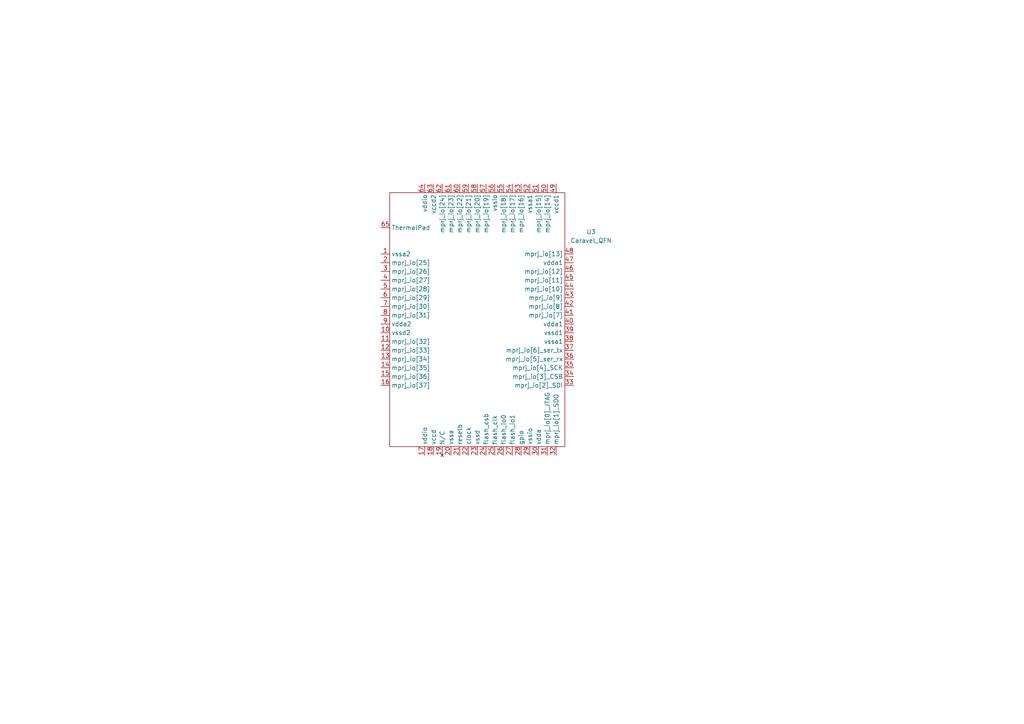
<source format=kicad_sch>
(kicad_sch
	(version 20250114)
	(generator "eeschema")
	(generator_version "9.0")
	(uuid "72f9423a-f4c6-4c65-858e-28549c245bfa")
	(paper "A4")
	(lib_symbols
		(symbol "Caravel_board:Caravel_QFN"
			(exclude_from_sim no)
			(in_bom yes)
			(on_board yes)
			(property "Reference" "U"
				(at 0 0 0)
				(effects
					(font
						(size 1.27 1.27)
					)
				)
			)
			(property "Value" "Caravel_QFN"
				(at 0 0 0)
				(effects
					(font
						(size 1.27 1.27)
					)
				)
			)
			(property "Footprint" "Package_DFN_QFN:QFN-64-1EP_9x9mm_P0.5mm_EP7.65x7.65mm"
				(at 0 0 0)
				(effects
					(font
						(size 1.27 1.27)
					)
					(hide yes)
				)
			)
			(property "Datasheet" ""
				(at 0 0 0)
				(effects
					(font
						(size 1.27 1.27)
					)
					(hide yes)
				)
			)
			(property "Description" ""
				(at 0 0 0)
				(effects
					(font
						(size 1.27 1.27)
					)
					(hide yes)
				)
			)
			(symbol "Caravel_QFN_0_1"
				(rectangle
					(start -26.67 40.64)
					(end 24.13 -33.02)
					(stroke
						(width 0)
						(type default)
					)
					(fill
						(type none)
					)
				)
			)
			(symbol "Caravel_QFN_1_1"
				(pin power_in line
					(at -29.21 30.48 0)
					(length 2.54)
					(name "ThermalPad"
						(effects
							(font
								(size 1.27 1.27)
							)
						)
					)
					(number "65"
						(effects
							(font
								(size 1.27 1.27)
							)
						)
					)
				)
				(pin power_in line
					(at -29.21 22.86 0)
					(length 2.54)
					(name "vssa2"
						(effects
							(font
								(size 1.27 1.27)
							)
						)
					)
					(number "1"
						(effects
							(font
								(size 1.27 1.27)
							)
						)
					)
				)
				(pin bidirectional line
					(at -29.21 20.32 0)
					(length 2.54)
					(name "mprj_io[25]"
						(effects
							(font
								(size 1.27 1.27)
							)
						)
					)
					(number "2"
						(effects
							(font
								(size 1.27 1.27)
							)
						)
					)
				)
				(pin bidirectional line
					(at -29.21 17.78 0)
					(length 2.54)
					(name "mprj_io[26]"
						(effects
							(font
								(size 1.27 1.27)
							)
						)
					)
					(number "3"
						(effects
							(font
								(size 1.27 1.27)
							)
						)
					)
				)
				(pin bidirectional line
					(at -29.21 15.24 0)
					(length 2.54)
					(name "mprj_io[27]"
						(effects
							(font
								(size 1.27 1.27)
							)
						)
					)
					(number "4"
						(effects
							(font
								(size 1.27 1.27)
							)
						)
					)
				)
				(pin bidirectional line
					(at -29.21 12.7 0)
					(length 2.54)
					(name "mprj_io[28]"
						(effects
							(font
								(size 1.27 1.27)
							)
						)
					)
					(number "5"
						(effects
							(font
								(size 1.27 1.27)
							)
						)
					)
				)
				(pin bidirectional line
					(at -29.21 10.16 0)
					(length 2.54)
					(name "mprj_io[29]"
						(effects
							(font
								(size 1.27 1.27)
							)
						)
					)
					(number "6"
						(effects
							(font
								(size 1.27 1.27)
							)
						)
					)
				)
				(pin bidirectional line
					(at -29.21 7.62 0)
					(length 2.54)
					(name "mprj_io[30]"
						(effects
							(font
								(size 1.27 1.27)
							)
						)
					)
					(number "7"
						(effects
							(font
								(size 1.27 1.27)
							)
						)
					)
				)
				(pin bidirectional line
					(at -29.21 5.08 0)
					(length 2.54)
					(name "mprj_io[31]"
						(effects
							(font
								(size 1.27 1.27)
							)
						)
					)
					(number "8"
						(effects
							(font
								(size 1.27 1.27)
							)
						)
					)
				)
				(pin power_in line
					(at -29.21 2.54 0)
					(length 2.54)
					(name "vdda2"
						(effects
							(font
								(size 1.27 1.27)
							)
						)
					)
					(number "9"
						(effects
							(font
								(size 1.27 1.27)
							)
						)
					)
				)
				(pin power_in line
					(at -29.21 0 0)
					(length 2.54)
					(name "vssd2"
						(effects
							(font
								(size 1.27 1.27)
							)
						)
					)
					(number "10"
						(effects
							(font
								(size 1.27 1.27)
							)
						)
					)
				)
				(pin bidirectional line
					(at -29.21 -2.54 0)
					(length 2.54)
					(name "mprj_io[32]"
						(effects
							(font
								(size 1.27 1.27)
							)
						)
					)
					(number "11"
						(effects
							(font
								(size 1.27 1.27)
							)
						)
					)
				)
				(pin bidirectional line
					(at -29.21 -5.08 0)
					(length 2.54)
					(name "mprj_io[33]"
						(effects
							(font
								(size 1.27 1.27)
							)
						)
					)
					(number "12"
						(effects
							(font
								(size 1.27 1.27)
							)
						)
					)
				)
				(pin bidirectional line
					(at -29.21 -7.62 0)
					(length 2.54)
					(name "mprj_io[34]"
						(effects
							(font
								(size 1.27 1.27)
							)
						)
					)
					(number "13"
						(effects
							(font
								(size 1.27 1.27)
							)
						)
					)
				)
				(pin bidirectional line
					(at -29.21 -10.16 0)
					(length 2.54)
					(name "mprj_io[35]"
						(effects
							(font
								(size 1.27 1.27)
							)
						)
					)
					(number "14"
						(effects
							(font
								(size 1.27 1.27)
							)
						)
					)
				)
				(pin bidirectional line
					(at -29.21 -12.7 0)
					(length 2.54)
					(name "mprj_io[36]"
						(effects
							(font
								(size 1.27 1.27)
							)
						)
					)
					(number "15"
						(effects
							(font
								(size 1.27 1.27)
							)
						)
					)
				)
				(pin bidirectional line
					(at -29.21 -15.24 0)
					(length 2.54)
					(name "mprj_io[37]"
						(effects
							(font
								(size 1.27 1.27)
							)
						)
					)
					(number "16"
						(effects
							(font
								(size 1.27 1.27)
							)
						)
					)
				)
				(pin power_in line
					(at -16.51 43.18 270)
					(length 2.54)
					(name "vddio"
						(effects
							(font
								(size 1.27 1.27)
							)
						)
					)
					(number "64"
						(effects
							(font
								(size 1.27 1.27)
							)
						)
					)
				)
				(pin power_in line
					(at -16.51 -35.56 90)
					(length 2.54)
					(name "vddio"
						(effects
							(font
								(size 1.27 1.27)
							)
						)
					)
					(number "17"
						(effects
							(font
								(size 1.27 1.27)
							)
						)
					)
				)
				(pin power_in line
					(at -13.97 43.18 270)
					(length 2.54)
					(name "vccd2"
						(effects
							(font
								(size 1.27 1.27)
							)
						)
					)
					(number "63"
						(effects
							(font
								(size 1.27 1.27)
							)
						)
					)
				)
				(pin power_in line
					(at -13.97 -35.56 90)
					(length 2.54)
					(name "vccd"
						(effects
							(font
								(size 1.27 1.27)
							)
						)
					)
					(number "18"
						(effects
							(font
								(size 1.27 1.27)
							)
						)
					)
				)
				(pin bidirectional line
					(at -11.43 43.18 270)
					(length 2.54)
					(name "mprj_io[24]"
						(effects
							(font
								(size 1.27 1.27)
							)
						)
					)
					(number "62"
						(effects
							(font
								(size 1.27 1.27)
							)
						)
					)
				)
				(pin no_connect line
					(at -11.43 -35.56 90)
					(length 2.54)
					(name "N/C"
						(effects
							(font
								(size 1.27 1.27)
							)
						)
					)
					(number "19"
						(effects
							(font
								(size 1.27 1.27)
							)
						)
					)
				)
				(pin bidirectional line
					(at -8.89 43.18 270)
					(length 2.54)
					(name "mprj_io[23]"
						(effects
							(font
								(size 1.27 1.27)
							)
						)
					)
					(number "61"
						(effects
							(font
								(size 1.27 1.27)
							)
						)
					)
				)
				(pin power_in line
					(at -8.89 -35.56 90)
					(length 2.54)
					(name "vssa"
						(effects
							(font
								(size 1.27 1.27)
							)
						)
					)
					(number "20"
						(effects
							(font
								(size 1.27 1.27)
							)
						)
					)
				)
				(pin bidirectional line
					(at -6.35 43.18 270)
					(length 2.54)
					(name "mprj_io[22]"
						(effects
							(font
								(size 1.27 1.27)
							)
						)
					)
					(number "60"
						(effects
							(font
								(size 1.27 1.27)
							)
						)
					)
				)
				(pin input line
					(at -6.35 -35.56 90)
					(length 2.54)
					(name "resetb"
						(effects
							(font
								(size 1.27 1.27)
							)
						)
					)
					(number "21"
						(effects
							(font
								(size 1.27 1.27)
							)
						)
					)
				)
				(pin bidirectional line
					(at -3.81 43.18 270)
					(length 2.54)
					(name "mprj_io[21]"
						(effects
							(font
								(size 1.27 1.27)
							)
						)
					)
					(number "59"
						(effects
							(font
								(size 1.27 1.27)
							)
						)
					)
				)
				(pin input line
					(at -3.81 -35.56 90)
					(length 2.54)
					(name "clock"
						(effects
							(font
								(size 1.27 1.27)
							)
						)
					)
					(number "22"
						(effects
							(font
								(size 1.27 1.27)
							)
						)
					)
				)
				(pin bidirectional line
					(at -1.27 43.18 270)
					(length 2.54)
					(name "mprj_io[20]"
						(effects
							(font
								(size 1.27 1.27)
							)
						)
					)
					(number "58"
						(effects
							(font
								(size 1.27 1.27)
							)
						)
					)
				)
				(pin power_in line
					(at -1.27 -35.56 90)
					(length 2.54)
					(name "vssd"
						(effects
							(font
								(size 1.27 1.27)
							)
						)
					)
					(number "23"
						(effects
							(font
								(size 1.27 1.27)
							)
						)
					)
				)
				(pin bidirectional line
					(at 1.27 43.18 270)
					(length 2.54)
					(name "mprj_io[19]"
						(effects
							(font
								(size 1.27 1.27)
							)
						)
					)
					(number "57"
						(effects
							(font
								(size 1.27 1.27)
							)
						)
					)
				)
				(pin output line
					(at 1.27 -35.56 90)
					(length 2.54)
					(name "flash_csb"
						(effects
							(font
								(size 1.27 1.27)
							)
						)
					)
					(number "24"
						(effects
							(font
								(size 1.27 1.27)
							)
						)
					)
				)
				(pin power_in line
					(at 3.81 43.18 270)
					(length 2.54)
					(name "vssio"
						(effects
							(font
								(size 1.27 1.27)
							)
						)
					)
					(number "56"
						(effects
							(font
								(size 1.27 1.27)
							)
						)
					)
				)
				(pin output line
					(at 3.81 -35.56 90)
					(length 2.54)
					(name "flash_clk"
						(effects
							(font
								(size 1.27 1.27)
							)
						)
					)
					(number "25"
						(effects
							(font
								(size 1.27 1.27)
							)
						)
					)
				)
				(pin bidirectional line
					(at 6.35 43.18 270)
					(length 2.54)
					(name "mprj_io[18]"
						(effects
							(font
								(size 1.27 1.27)
							)
						)
					)
					(number "55"
						(effects
							(font
								(size 1.27 1.27)
							)
						)
					)
				)
				(pin bidirectional line
					(at 6.35 -35.56 90)
					(length 2.54)
					(name "flash_io0"
						(effects
							(font
								(size 1.27 1.27)
							)
						)
					)
					(number "26"
						(effects
							(font
								(size 1.27 1.27)
							)
						)
					)
				)
				(pin bidirectional line
					(at 8.89 43.18 270)
					(length 2.54)
					(name "mprj_io[17]"
						(effects
							(font
								(size 1.27 1.27)
							)
						)
					)
					(number "54"
						(effects
							(font
								(size 1.27 1.27)
							)
						)
					)
				)
				(pin bidirectional line
					(at 8.89 -35.56 90)
					(length 2.54)
					(name "flash_io1"
						(effects
							(font
								(size 1.27 1.27)
							)
						)
					)
					(number "27"
						(effects
							(font
								(size 1.27 1.27)
							)
						)
					)
				)
				(pin bidirectional line
					(at 11.43 43.18 270)
					(length 2.54)
					(name "mprj_io[16]"
						(effects
							(font
								(size 1.27 1.27)
							)
						)
					)
					(number "53"
						(effects
							(font
								(size 1.27 1.27)
							)
						)
					)
				)
				(pin bidirectional line
					(at 11.43 -35.56 90)
					(length 2.54)
					(name "gpio"
						(effects
							(font
								(size 1.27 1.27)
							)
						)
					)
					(number "28"
						(effects
							(font
								(size 1.27 1.27)
							)
						)
					)
				)
				(pin power_in line
					(at 13.97 43.18 270)
					(length 2.54)
					(name "vssa1"
						(effects
							(font
								(size 1.27 1.27)
							)
						)
					)
					(number "52"
						(effects
							(font
								(size 1.27 1.27)
							)
						)
					)
				)
				(pin power_in line
					(at 13.97 -35.56 90)
					(length 2.54)
					(name "vssio"
						(effects
							(font
								(size 1.27 1.27)
							)
						)
					)
					(number "29"
						(effects
							(font
								(size 1.27 1.27)
							)
						)
					)
				)
				(pin bidirectional line
					(at 16.51 43.18 270)
					(length 2.54)
					(name "mprj_io[15]"
						(effects
							(font
								(size 1.27 1.27)
							)
						)
					)
					(number "51"
						(effects
							(font
								(size 1.27 1.27)
							)
						)
					)
				)
				(pin power_in line
					(at 16.51 -35.56 90)
					(length 2.54)
					(name "vdda"
						(effects
							(font
								(size 1.27 1.27)
							)
						)
					)
					(number "30"
						(effects
							(font
								(size 1.27 1.27)
							)
						)
					)
				)
				(pin bidirectional line
					(at 19.05 43.18 270)
					(length 2.54)
					(name "mprj_io[14]"
						(effects
							(font
								(size 1.27 1.27)
							)
						)
					)
					(number "50"
						(effects
							(font
								(size 1.27 1.27)
							)
						)
					)
				)
				(pin bidirectional line
					(at 19.05 -35.56 90)
					(length 2.54)
					(name "mprj_io[0]_JTAG"
						(effects
							(font
								(size 1.27 1.27)
							)
						)
					)
					(number "31"
						(effects
							(font
								(size 1.27 1.27)
							)
						)
					)
				)
				(pin power_in line
					(at 21.59 43.18 270)
					(length 2.54)
					(name "vccd1"
						(effects
							(font
								(size 1.27 1.27)
							)
						)
					)
					(number "49"
						(effects
							(font
								(size 1.27 1.27)
							)
						)
					)
				)
				(pin bidirectional line
					(at 21.59 -35.56 90)
					(length 2.54)
					(name "mprj_io[1]_SDO"
						(effects
							(font
								(size 1.27 1.27)
							)
						)
					)
					(number "32"
						(effects
							(font
								(size 1.27 1.27)
							)
						)
					)
				)
				(pin bidirectional line
					(at 26.67 22.86 180)
					(length 2.54)
					(name "mprj_io[13]"
						(effects
							(font
								(size 1.27 1.27)
							)
						)
					)
					(number "48"
						(effects
							(font
								(size 1.27 1.27)
							)
						)
					)
				)
				(pin power_in line
					(at 26.67 20.32 180)
					(length 2.54)
					(name "vdda1"
						(effects
							(font
								(size 1.27 1.27)
							)
						)
					)
					(number "47"
						(effects
							(font
								(size 1.27 1.27)
							)
						)
					)
				)
				(pin bidirectional line
					(at 26.67 17.78 180)
					(length 2.54)
					(name "mprj_io[12]"
						(effects
							(font
								(size 1.27 1.27)
							)
						)
					)
					(number "46"
						(effects
							(font
								(size 1.27 1.27)
							)
						)
					)
				)
				(pin bidirectional line
					(at 26.67 15.24 180)
					(length 2.54)
					(name "mprj_io[11]"
						(effects
							(font
								(size 1.27 1.27)
							)
						)
					)
					(number "45"
						(effects
							(font
								(size 1.27 1.27)
							)
						)
					)
				)
				(pin bidirectional line
					(at 26.67 12.7 180)
					(length 2.54)
					(name "mprj_io[10]"
						(effects
							(font
								(size 1.27 1.27)
							)
						)
					)
					(number "44"
						(effects
							(font
								(size 1.27 1.27)
							)
						)
					)
				)
				(pin bidirectional line
					(at 26.67 10.16 180)
					(length 2.54)
					(name "mprj_io[9]"
						(effects
							(font
								(size 1.27 1.27)
							)
						)
					)
					(number "43"
						(effects
							(font
								(size 1.27 1.27)
							)
						)
					)
				)
				(pin bidirectional line
					(at 26.67 7.62 180)
					(length 2.54)
					(name "mprj_io[8]"
						(effects
							(font
								(size 1.27 1.27)
							)
						)
					)
					(number "42"
						(effects
							(font
								(size 1.27 1.27)
							)
						)
					)
				)
				(pin bidirectional line
					(at 26.67 5.08 180)
					(length 2.54)
					(name "mprj_io[7]"
						(effects
							(font
								(size 1.27 1.27)
							)
						)
					)
					(number "41"
						(effects
							(font
								(size 1.27 1.27)
							)
						)
					)
				)
				(pin power_in line
					(at 26.67 2.54 180)
					(length 2.54)
					(name "vdda1"
						(effects
							(font
								(size 1.27 1.27)
							)
						)
					)
					(number "40"
						(effects
							(font
								(size 1.27 1.27)
							)
						)
					)
				)
				(pin power_in line
					(at 26.67 0 180)
					(length 2.54)
					(name "vssd1"
						(effects
							(font
								(size 1.27 1.27)
							)
						)
					)
					(number "39"
						(effects
							(font
								(size 1.27 1.27)
							)
						)
					)
				)
				(pin power_in line
					(at 26.67 -2.54 180)
					(length 2.54)
					(name "vssa1"
						(effects
							(font
								(size 1.27 1.27)
							)
						)
					)
					(number "38"
						(effects
							(font
								(size 1.27 1.27)
							)
						)
					)
				)
				(pin bidirectional line
					(at 26.67 -5.08 180)
					(length 2.54)
					(name "mprj_io[6]_ser_tx"
						(effects
							(font
								(size 1.27 1.27)
							)
						)
					)
					(number "37"
						(effects
							(font
								(size 1.27 1.27)
							)
						)
					)
				)
				(pin bidirectional line
					(at 26.67 -7.62 180)
					(length 2.54)
					(name "mprj_io[5]_ser_rx"
						(effects
							(font
								(size 1.27 1.27)
							)
						)
					)
					(number "36"
						(effects
							(font
								(size 1.27 1.27)
							)
						)
					)
				)
				(pin bidirectional line
					(at 26.67 -10.16 180)
					(length 2.54)
					(name "mprj_io[4]_SCK"
						(effects
							(font
								(size 1.27 1.27)
							)
						)
					)
					(number "35"
						(effects
							(font
								(size 1.27 1.27)
							)
						)
					)
				)
				(pin bidirectional line
					(at 26.67 -12.7 180)
					(length 2.54)
					(name "mprj_io[3]_CSB"
						(effects
							(font
								(size 1.27 1.27)
							)
						)
					)
					(number "34"
						(effects
							(font
								(size 1.27 1.27)
							)
						)
					)
				)
				(pin bidirectional line
					(at 26.67 -15.24 180)
					(length 2.54)
					(name "mprj_io[2]_SDI"
						(effects
							(font
								(size 1.27 1.27)
							)
						)
					)
					(number "33"
						(effects
							(font
								(size 1.27 1.27)
							)
						)
					)
				)
			)
			(embedded_fonts no)
		)
	)
	(symbol
		(lib_id "Caravel_board:Caravel_QFN")
		(at 139.7 96.52 0)
		(unit 1)
		(exclude_from_sim no)
		(in_bom yes)
		(on_board yes)
		(dnp no)
		(fields_autoplaced yes)
		(uuid "c40f7f62-91b3-41ca-a6ab-dc640f56fb5e")
		(property "Reference" "U3"
			(at 171.45 67.2398 0)
			(effects
				(font
					(size 1.27 1.27)
				)
			)
		)
		(property "Value" "Caravel_QFN"
			(at 171.45 69.7798 0)
			(effects
				(font
					(size 1.27 1.27)
				)
			)
		)
		(property "Footprint" "Package_DFN_QFN:QFN-64-1EP_9x9mm_P0.5mm_EP7.65x7.65mm"
			(at 139.7 96.52 0)
			(effects
				(font
					(size 1.27 1.27)
				)
				(hide yes)
			)
		)
		(property "Datasheet" ""
			(at 139.7 96.52 0)
			(effects
				(font
					(size 1.27 1.27)
				)
				(hide yes)
			)
		)
		(property "Description" ""
			(at 139.7 96.52 0)
			(effects
				(font
					(size 1.27 1.27)
				)
				(hide yes)
			)
		)
		(pin "50"
			(uuid "ae97acbb-c43c-4d24-b30c-8e8591929b2f")
		)
		(pin "9"
			(uuid "799fb46e-4db9-4722-9642-cff03687db9e")
		)
		(pin "14"
			(uuid "184e71c8-e99e-4d24-a8fa-971e3b34494b")
		)
		(pin "16"
			(uuid "73e2edf1-d393-42d2-9fb0-3aa51d7c941c")
		)
		(pin "2"
			(uuid "eba8e7f3-d0d2-4c1b-9377-8d6370d90b1c")
		)
		(pin "10"
			(uuid "ca4de2e9-b4cb-4fb1-805b-5df271b6629e")
		)
		(pin "3"
			(uuid "0e496da9-9fe9-4643-85d3-831e3b6b2f21")
		)
		(pin "4"
			(uuid "ebe7c63f-9dfb-4669-9a1d-c9c8b003d626")
		)
		(pin "7"
			(uuid "c8bb793f-6513-4cd1-9a3b-346a388af4e7")
		)
		(pin "6"
			(uuid "c12c5ca0-cd1c-4c4f-b2aa-c776d17f86ea")
		)
		(pin "65"
			(uuid "be923de5-6365-48a1-862f-41677ea47221")
		)
		(pin "5"
			(uuid "da678d04-8986-48e2-8e50-78ad84164315")
		)
		(pin "8"
			(uuid "d33f1f7d-9619-4346-b46d-61e2cbe78f90")
		)
		(pin "11"
			(uuid "ea8f94b3-7248-4aae-9959-f28b343f03ed")
		)
		(pin "12"
			(uuid "c31c9cf0-c76a-4062-9869-71c20eb8fbfd")
		)
		(pin "1"
			(uuid "faf8a298-13a3-49a1-8900-975e6957c936")
		)
		(pin "13"
			(uuid "3c910fd3-49f2-485d-80f2-c40deb88417c")
		)
		(pin "15"
			(uuid "dcb0991b-f631-45ac-af77-21cf1d88eae6")
		)
		(pin "17"
			(uuid "fbf532d4-1b25-4d3a-8710-f52c4666267e")
		)
		(pin "18"
			(uuid "a14a419e-e28f-4458-a0fb-2e257acfb218")
		)
		(pin "64"
			(uuid "df11d61d-9184-4b33-ab9d-8a615bfd4f2c")
		)
		(pin "62"
			(uuid "2f29ba4e-d3b7-4797-a8a2-9604169b41d6")
		)
		(pin "19"
			(uuid "273728df-f36f-40dc-818f-9fd3085920e8")
		)
		(pin "63"
			(uuid "e316d7fe-6cb5-4720-a07f-81684c796ffd")
		)
		(pin "61"
			(uuid "7ddc44ec-8b99-49e0-9098-dda967ec4313")
		)
		(pin "52"
			(uuid "629e1f62-3776-4646-bcdf-e75c3b003610")
		)
		(pin "25"
			(uuid "70a8a154-15e6-4220-a494-5a041e4431b7")
		)
		(pin "30"
			(uuid "2094b339-8e90-4322-9b16-37967043e4ab")
		)
		(pin "23"
			(uuid "3bd789b8-83dd-403b-9c94-7c2a0c5fe947")
		)
		(pin "29"
			(uuid "b73c1b0f-8fbf-4230-88d5-3c45bf041e15")
		)
		(pin "22"
			(uuid "45dc88f3-c953-4ecb-8daf-4cbcdcc3c166")
		)
		(pin "58"
			(uuid "9142af6b-c4c4-4c76-95d2-15f781e3ab7d")
		)
		(pin "51"
			(uuid "03fadf51-2d17-4b99-8702-c52e011da959")
		)
		(pin "24"
			(uuid "0a6f5454-f6c5-4f4d-ba26-7d12c7630859")
		)
		(pin "57"
			(uuid "dbceae11-f1b6-4e0e-aa69-23d569b7090d")
		)
		(pin "60"
			(uuid "e2ab3586-6ccb-4be5-9b27-4ecc62118ffa")
		)
		(pin "21"
			(uuid "11b5c9b0-7542-4e44-a66a-1a958906dd9b")
		)
		(pin "59"
			(uuid "1eba2e5b-b7f2-4f56-985a-8122c201b806")
		)
		(pin "20"
			(uuid "4afd528b-a132-4bbd-8616-a8580f7a34c9")
		)
		(pin "56"
			(uuid "0f234d1e-8b33-4299-9ba7-5e2d6149ede3")
		)
		(pin "55"
			(uuid "3ffe5ae6-d73b-4653-8fc5-e5da80ee52f1")
		)
		(pin "26"
			(uuid "95644dd7-303a-418a-b0de-4d965acb587d")
		)
		(pin "54"
			(uuid "7b616f31-6f56-4945-a335-08d8c5a752e8")
		)
		(pin "27"
			(uuid "52b3d67e-c46b-446f-91a0-9d6d08fea956")
		)
		(pin "53"
			(uuid "82e23cc2-cd89-4b80-a349-410520d7d9d4")
		)
		(pin "28"
			(uuid "ba5a6f9c-c83a-4c3f-8f62-ed247039e7ce")
		)
		(pin "43"
			(uuid "0504e667-3138-4a5c-a796-5bff84ee773f")
		)
		(pin "36"
			(uuid "523f3637-fcd4-49aa-93ba-46f013322f4f")
		)
		(pin "44"
			(uuid "00ade593-5d23-4dbd-b00b-751f9a77daab")
		)
		(pin "45"
			(uuid "1073ff72-60cf-4fc7-8e23-c8283572ccee")
		)
		(pin "48"
			(uuid "3461d0af-cf28-4e19-9f7f-7752e1024e3f")
		)
		(pin "39"
			(uuid "abf352a5-7b08-4c9e-ae19-4cce0deba220")
		)
		(pin "38"
			(uuid "d3c33ec4-2cf6-4580-b633-9bca038fb571")
		)
		(pin "49"
			(uuid "d89f9a57-4923-47c2-8b48-474930f11118")
		)
		(pin "32"
			(uuid "6c160394-4eae-4962-b3ca-0444b048148f")
		)
		(pin "31"
			(uuid "25dd1f36-ca88-4697-9921-0ee13f14bd41")
		)
		(pin "46"
			(uuid "303169bf-b831-419f-aa61-0a0ef0a90641")
		)
		(pin "42"
			(uuid "e527ce6b-4b26-4e05-9adf-2502a6409b8a")
		)
		(pin "41"
			(uuid "4606c24b-2508-4f77-8abb-fd885f4e5929")
		)
		(pin "47"
			(uuid "c28e6ebe-5657-4f24-9568-bb652d199c71")
		)
		(pin "37"
			(uuid "318cf285-aa3b-46b3-84a3-d3b5e37e6a9d")
		)
		(pin "40"
			(uuid "5f48e0ea-4e45-4289-afe2-d310c9fc88bb")
		)
		(pin "35"
			(uuid "cb23b085-af51-4f91-8ea6-d373a0dd6095")
		)
		(pin "34"
			(uuid "4d8d5114-08d4-44fc-bacd-6256f17ecdec")
		)
		(pin "33"
			(uuid "76d48d7d-e250-43a1-81aa-5acec0705acb")
		)
		(instances
			(project ""
				(path "/b38c65ac-2d57-46f9-9a32-ad09573ee400/745f61a8-4a2a-4905-910c-8cf0ade1c3de"
					(reference "U3")
					(unit 1)
				)
			)
		)
	)
)

</source>
